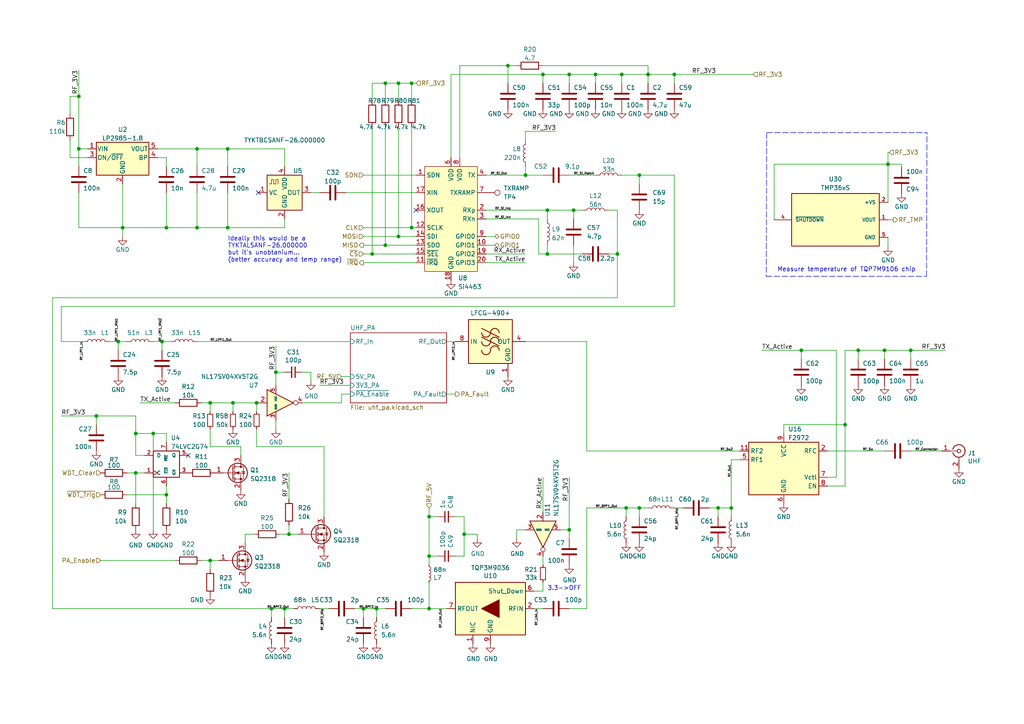
<source format=kicad_sch>
(kicad_sch (version 20211123) (generator eeschema)
  (paper "A4")
  (junction (at 82.55 176.53))
  (junction (at 158.75 60.96))
  (junction (at 158.75 73.66))
  (junction (at 119.38 66.04))
  (junction (at 74.422 116.84))
  (junction (at 66.04 66.04))
  (junction (at 105.41 176.53))
  (junction (at 39.37 125.73))
  (junction (at 39.37 137.16))
  (junction (at 115.57 68.58))
  (junction (at 34.29 99.06))
  (junction (at 185.42 147.32))
  (junction (at 22.86 27.94))
  (junction (at 83.82 154.94))
  (junction (at 60.96 162.56))
  (junction (at 124.46 161.29))
  (junction (at 35.56 66.04))
  (junction (at 181.61 147.32))
  (junction (at 111.76 71.12))
  (junction (at 248.92 101.6))
  (junction (at 48.26 66.04))
  (junction (at 166.37 60.96))
  (junction (at 60.96 116.84))
  (junction (at 195.58 21.59))
  (junction (at 78.74 176.53))
  (junction (at 245.11 123.19))
  (junction (at 172.72 21.59))
  (junction (at 257.556 47.625))
  (junction (at 44.45 125.73))
  (junction (at 232.41 101.6))
  (junction (at 109.22 176.53))
  (junction (at 212.09 147.32))
  (junction (at 185.42 50.8))
  (junction (at 264.16 101.6))
  (junction (at 27.94 120.65))
  (junction (at 180.34 21.59))
  (junction (at 66.04 43.18))
  (junction (at 165.1 153.67))
  (junction (at 107.95 73.66))
  (junction (at 256.54 101.6))
  (junction (at 115.57 24.13))
  (junction (at 111.76 24.13))
  (junction (at 152.4 50.8))
  (junction (at 67.564 116.84))
  (junction (at 48.26 143.51))
  (junction (at 147.32 19.05))
  (junction (at 165.1 21.59))
  (junction (at 208.28 147.32))
  (junction (at 124.46 176.53))
  (junction (at 22.86 43.18))
  (junction (at 187.96 21.59))
  (junction (at 134.62 154.94))
  (junction (at 80.01 107.95))
  (junction (at 57.15 66.04))
  (junction (at 119.38 24.13))
  (junction (at 46.99 99.06))
  (junction (at 57.15 43.18))
  (junction (at 157.48 21.59))
  (junction (at 179.07 73.66))
  (junction (at 124.46 149.86))
  (no_connect (at 74.93 55.88))
  (no_connect (at 120.65 60.96))
  (no_connect (at 54.61 132.08))
  (wire (pts (xy 152.4 50.8) (xy 157.48 50.8)))
  (wire (pts (xy 257.556 63.754) (xy 259.08 63.754)))
  (wire (pts (xy 115.57 24.13) (xy 111.76 24.13)))
  (wire (pts (xy 179.07 73.66) (xy 179.07 60.96)))
  (wire (pts (xy 140.97 63.5) (xy 156.21 63.5)))
  (wire (pts (xy 34.29 99.06) (xy 34.29 101.6)))
  (wire (pts (xy 157.48 161.29) (xy 157.48 163.83)))
  (wire (pts (xy 57.15 99.06) (xy 101.6 99.06)))
  (wire (pts (xy 27.94 120.65) (xy 27.94 123.19)))
  (wire (pts (xy 109.22 176.53) (xy 111.76 176.53)))
  (wire (pts (xy 60.96 162.56) (xy 63.5 162.56)))
  (wire (pts (xy 165.1 176.53) (xy 170.18 176.53)))
  (wire (pts (xy 158.75 60.96) (xy 158.75 63.5)))
  (wire (pts (xy 147.32 19.05) (xy 133.35 19.05)))
  (wire (pts (xy 90.17 107.95) (xy 90.17 110.49)))
  (wire (pts (xy 115.57 36.83) (xy 115.57 68.58)))
  (wire (pts (xy 172.72 21.59) (xy 172.72 24.13)))
  (wire (pts (xy 20.32 45.72) (xy 20.32 40.64)))
  (wire (pts (xy 140.97 50.8) (xy 152.4 50.8)))
  (wire (pts (xy 48.26 125.73) (xy 48.26 128.27)))
  (wire (pts (xy 35.56 66.04) (xy 48.26 66.04)))
  (wire (pts (xy 22.86 20.32) (xy 22.86 27.94)))
  (wire (pts (xy 80.01 100.33) (xy 80.01 107.95)))
  (wire (pts (xy 69.85 129.54) (xy 69.85 132.08)))
  (wire (pts (xy 257.937 44.196) (xy 257.556 44.196)))
  (wire (pts (xy 105.41 68.58) (xy 115.57 68.58)))
  (wire (pts (xy 35.56 66.04) (xy 22.86 66.04)))
  (wire (pts (xy 39.37 132.08) (xy 39.37 125.73)))
  (wire (pts (xy 99.06 114.3) (xy 101.6 114.3)))
  (wire (pts (xy 22.86 66.04) (xy 22.86 55.88)))
  (wire (pts (xy 129.54 114.3) (xy 132.08 114.3)))
  (wire (pts (xy 46.99 101.6) (xy 46.99 99.06)))
  (wire (pts (xy 119.38 24.13) (xy 119.38 29.21)))
  (wire (pts (xy 15.24 176.53) (xy 15.24 86.36)))
  (wire (pts (xy 111.76 36.83) (xy 111.76 71.12)))
  (wire (pts (xy 105.41 50.8) (xy 120.65 50.8)))
  (wire (pts (xy 67.564 116.84) (xy 74.422 116.84)))
  (wire (pts (xy 100.33 55.88) (xy 120.65 55.88)))
  (wire (pts (xy 179.07 86.36) (xy 179.07 73.66)))
  (wire (pts (xy 245.11 101.6) (xy 248.92 101.6)))
  (wire (pts (xy 124.46 161.29) (xy 124.46 149.86)))
  (wire (pts (xy 99.06 109.22) (xy 101.6 109.22)))
  (wire (pts (xy 39.37 125.73) (xy 44.45 125.73)))
  (wire (pts (xy 140.97 73.66) (xy 152.4 73.66)))
  (wire (pts (xy 242.57 138.43) (xy 242.57 101.6)))
  (wire (pts (xy 17.78 88.9) (xy 195.58 88.9)))
  (wire (pts (xy 264.16 130.81) (xy 273.05 130.81)))
  (wire (pts (xy 105.41 176.53) (xy 105.41 179.07)))
  (wire (pts (xy 57.15 43.18) (xy 57.15 48.26)))
  (wire (pts (xy 107.95 73.66) (xy 120.65 73.66)))
  (wire (pts (xy 78.74 176.53) (xy 15.24 176.53)))
  (wire (pts (xy 35.56 66.04) (xy 35.56 68.58)))
  (wire (pts (xy 39.37 120.65) (xy 27.94 120.65)))
  (wire (pts (xy 44.45 99.06) (xy 46.99 99.06)))
  (wire (pts (xy 71.12 154.94) (xy 73.66 154.94)))
  (wire (pts (xy 29.21 162.56) (xy 50.8 162.56)))
  (wire (pts (xy 45.72 43.18) (xy 57.15 43.18)))
  (wire (pts (xy 154.94 171.45) (xy 157.48 171.45)))
  (wire (pts (xy 85.09 176.53) (xy 82.55 176.53)))
  (wire (pts (xy 180.34 21.59) (xy 187.96 21.59)))
  (wire (pts (xy 170.18 99.06) (xy 170.18 130.81)))
  (wire (pts (xy 20.32 33.02) (xy 20.32 27.94)))
  (wire (pts (xy 170.18 147.32) (xy 170.18 176.53)))
  (wire (pts (xy 129.54 99.06) (xy 132.08 99.06)))
  (wire (pts (xy 111.76 24.13) (xy 107.95 24.13)))
  (wire (pts (xy 156.21 63.5) (xy 156.21 73.66)))
  (wire (pts (xy 20.32 45.72) (xy 25.4 45.72)))
  (wire (pts (xy 17.78 120.65) (xy 27.94 120.65)))
  (wire (pts (xy 187.96 21.59) (xy 187.96 24.13)))
  (wire (pts (xy 154.94 176.53) (xy 157.48 176.53)))
  (wire (pts (xy 48.26 143.51) (xy 48.26 140.97)))
  (wire (pts (xy 25.4 43.18) (xy 22.86 43.18)))
  (wire (pts (xy 205.74 147.32) (xy 208.28 147.32)))
  (wire (pts (xy 156.21 73.66) (xy 158.75 73.66)))
  (wire (pts (xy 81.28 154.94) (xy 83.82 154.94)))
  (wire (pts (xy 48.26 55.88) (xy 48.26 66.04)))
  (wire (pts (xy 82.55 176.53) (xy 78.74 176.53)))
  (wire (pts (xy 224.536 47.625) (xy 257.556 47.625)))
  (wire (pts (xy 46.99 99.06) (xy 49.53 99.06)))
  (wire (pts (xy 157.48 138.43) (xy 157.48 148.59)))
  (wire (pts (xy 57.15 43.18) (xy 66.04 43.18)))
  (wire (pts (xy 130.81 21.59) (xy 157.48 21.59)))
  (wire (pts (xy 44.45 125.73) (xy 44.45 130.81)))
  (wire (pts (xy 227.33 125.73) (xy 227.33 123.19)))
  (wire (pts (xy 36.83 143.51) (xy 48.26 143.51)))
  (wire (pts (xy 44.45 125.73) (xy 48.26 125.73)))
  (wire (pts (xy 93.98 129.54) (xy 74.422 129.54)))
  (wire (pts (xy 149.86 153.67) (xy 152.4 153.67)))
  (wire (pts (xy 102.87 176.53) (xy 105.41 176.53)))
  (wire (pts (xy 140.97 60.96) (xy 158.75 60.96)))
  (wire (pts (xy 261.493 47.625) (xy 257.556 47.625)))
  (polyline (pts (xy 222.377 38.481) (xy 222.25 80.137)))
  (wire (pts (xy 264.16 101.6) (xy 264.16 104.14)))
  (wire (pts (xy 105.41 66.04) (xy 119.38 66.04)))
  (wire (pts (xy 82.55 176.53) (xy 82.55 179.07)))
  (wire (pts (xy 133.35 19.05) (xy 133.35 45.72)))
  (wire (pts (xy 78.74 176.53) (xy 78.74 179.07)))
  (wire (pts (xy 45.72 45.72) (xy 48.26 45.72)))
  (wire (pts (xy 264.16 101.6) (xy 274.32 101.6)))
  (wire (pts (xy 138.43 154.94) (xy 134.62 154.94)))
  (wire (pts (xy 31.75 99.06) (xy 34.29 99.06)))
  (wire (pts (xy 119.38 66.04) (xy 120.65 66.04)))
  (wire (pts (xy 44.45 138.43) (xy 44.45 153.67)))
  (wire (pts (xy 158.75 73.66) (xy 168.91 73.66)))
  (wire (pts (xy 248.92 101.6) (xy 256.54 101.6)))
  (wire (pts (xy 111.76 71.12) (xy 120.65 71.12)))
  (polyline (pts (xy 222.25 80.137) (xy 268.732 80.137)))
  (wire (pts (xy 105.41 76.2) (xy 120.65 76.2)))
  (wire (pts (xy 82.55 43.18) (xy 82.55 48.26)))
  (wire (pts (xy 35.56 53.34) (xy 35.56 66.04)))
  (wire (pts (xy 257.556 47.625) (xy 257.556 58.674)))
  (wire (pts (xy 158.75 60.96) (xy 166.37 60.96)))
  (wire (pts (xy 138.43 156.21) (xy 138.43 154.94)))
  (wire (pts (xy 152.4 99.06) (xy 170.18 99.06)))
  (wire (pts (xy 195.58 21.59) (xy 195.58 24.13)))
  (wire (pts (xy 57.15 66.04) (xy 66.04 66.04)))
  (wire (pts (xy 74.422 129.54) (xy 74.422 124.46)))
  (wire (pts (xy 176.53 73.66) (xy 179.07 73.66)))
  (wire (pts (xy 74.422 116.84) (xy 74.93 116.84)))
  (wire (pts (xy 87.63 116.84) (xy 99.06 116.84)))
  (wire (pts (xy 134.62 154.94) (xy 134.62 149.86)))
  (wire (pts (xy 17.78 88.9) (xy 17.78 99.06)))
  (wire (pts (xy 80.01 121.92) (xy 80.01 124.46)))
  (wire (pts (xy 195.58 21.59) (xy 218.44 21.59)))
  (wire (pts (xy 157.48 21.59) (xy 157.48 24.13)))
  (wire (pts (xy 157.48 19.05) (xy 187.96 19.05)))
  (wire (pts (xy 165.1 156.21) (xy 165.1 153.67)))
  (wire (pts (xy 180.34 21.59) (xy 180.34 24.13)))
  (wire (pts (xy 195.58 50.8) (xy 195.58 88.9)))
  (wire (pts (xy 165.1 138.43) (xy 165.1 153.67)))
  (wire (pts (xy 105.41 176.53) (xy 109.22 176.53)))
  (wire (pts (xy 232.41 101.6) (xy 232.41 104.14)))
  (polyline (pts (xy 268.732 80.137) (xy 268.859 38.481)))
  (wire (pts (xy 66.04 43.18) (xy 82.55 43.18)))
  (wire (pts (xy 158.75 71.12) (xy 158.75 73.66)))
  (wire (pts (xy 120.65 24.13) (xy 119.38 24.13)))
  (wire (pts (xy 119.38 24.13) (xy 115.57 24.13)))
  (wire (pts (xy 115.57 68.58) (xy 120.65 68.58)))
  (wire (pts (xy 115.57 24.13) (xy 115.57 29.21)))
  (wire (pts (xy 152.4 38.1) (xy 161.29 38.1)))
  (wire (pts (xy 224.536 63.754) (xy 224.536 47.625)))
  (wire (pts (xy 39.37 146.05) (xy 39.37 137.16)))
  (wire (pts (xy 257.556 68.834) (xy 257.556 71.628)))
  (wire (pts (xy 165.1 50.8) (xy 172.72 50.8)))
  (wire (pts (xy 60.96 124.46) (xy 60.96 129.54)))
  (wire (pts (xy 245.11 140.97) (xy 245.11 123.19)))
  (wire (pts (xy 132.08 161.29) (xy 134.62 161.29)))
  (wire (pts (xy 80.01 111.76) (xy 80.01 107.95)))
  (wire (pts (xy 105.41 71.12) (xy 111.76 71.12)))
  (wire (pts (xy 119.38 36.83) (xy 119.38 66.04)))
  (wire (pts (xy 124.46 176.53) (xy 129.54 176.53)))
  (wire (pts (xy 162.56 153.67) (xy 165.1 153.67)))
  (wire (pts (xy 152.4 40.64) (xy 152.4 38.1)))
  (wire (pts (xy 67.564 116.84) (xy 67.564 119.38)))
  (wire (pts (xy 165.1 21.59) (xy 172.72 21.59)))
  (wire (pts (xy 181.61 147.32) (xy 181.61 149.86)))
  (wire (pts (xy 140.97 71.12) (xy 143.51 71.12)))
  (wire (pts (xy 60.96 116.84) (xy 67.564 116.84)))
  (wire (pts (xy 170.18 130.81) (xy 214.63 130.81)))
  (wire (pts (xy 34.29 99.06) (xy 36.83 99.06)))
  (wire (pts (xy 152.4 48.26) (xy 152.4 50.8)))
  (wire (pts (xy 195.58 147.32) (xy 198.12 147.32)))
  (wire (pts (xy 39.37 137.16) (xy 41.91 137.16)))
  (wire (pts (xy 36.83 137.16) (xy 39.37 137.16)))
  (wire (pts (xy 157.48 21.59) (xy 165.1 21.59)))
  (wire (pts (xy 124.46 149.86) (xy 124.46 147.32)))
  (wire (pts (xy 58.42 162.56) (xy 60.96 162.56)))
  (wire (pts (xy 20.32 27.94) (xy 22.86 27.94)))
  (wire (pts (xy 187.96 21.59) (xy 187.96 19.05)))
  (wire (pts (xy 127 149.86) (xy 124.46 149.86)))
  (wire (pts (xy 245.11 123.19) (xy 245.11 101.6)))
  (wire (pts (xy 107.95 36.83) (xy 107.95 73.66)))
  (wire (pts (xy 134.62 149.86) (xy 132.08 149.86)))
  (wire (pts (xy 208.28 147.32) (xy 208.28 149.86)))
  (wire (pts (xy 208.28 147.32) (xy 212.09 147.32)))
  (wire (pts (xy 149.86 19.05) (xy 147.32 19.05)))
  (wire (pts (xy 83.82 154.94) (xy 86.36 154.94)))
  (wire (pts (xy 111.76 24.13) (xy 111.76 29.21)))
  (wire (pts (xy 60.96 129.54) (xy 69.85 129.54)))
  (wire (pts (xy 48.26 45.72) (xy 48.26 48.26)))
  (wire (pts (xy 240.03 138.43) (xy 242.57 138.43)))
  (wire (pts (xy 140.97 76.2) (xy 152.4 76.2)))
  (wire (pts (xy 187.96 147.32) (xy 185.42 147.32)))
  (wire (pts (xy 172.72 21.59) (xy 180.34 21.59)))
  (wire (pts (xy 60.96 165.1) (xy 60.96 162.56)))
  (wire (pts (xy 166.37 60.96) (xy 168.91 60.96)))
  (wire (pts (xy 66.04 43.18) (xy 66.04 48.26)))
  (wire (pts (xy 212.09 147.32) (xy 212.09 149.86)))
  (wire (pts (xy 187.96 21.59) (xy 195.58 21.59)))
  (wire (pts (xy 87.63 107.95) (xy 90.17 107.95)))
  (wire (pts (xy 185.42 50.8) (xy 185.42 53.34)))
  (wire (pts (xy 240.03 130.81) (xy 256.54 130.81)))
  (wire (pts (xy 256.54 101.6) (xy 264.16 101.6)))
  (wire (pts (xy 60.96 116.84) (xy 60.96 119.38)))
  (wire (pts (xy 15.24 86.36) (xy 179.07 86.36)))
  (wire (pts (xy 82.55 107.95) (xy 80.01 107.95)))
  (wire (pts (xy 41.91 132.08) (xy 39.37 132.08)))
  (wire (pts (xy 166.37 60.96) (xy 166.37 63.5)))
  (wire (pts (xy 39.37 125.73) (xy 39.37 120.65)))
  (wire (pts (xy 212.09 133.35) (xy 212.09 147.32)))
  (wire (pts (xy 220.98 101.6) (xy 232.41 101.6)))
  (wire (pts (xy 180.34 50.8) (xy 185.42 50.8)))
  (wire (pts (xy 140.97 68.58) (xy 143.51 68.58)))
  (wire (pts (xy 92.71 176.53) (xy 95.25 176.53)))
  (wire (pts (xy 48.26 143.51) (xy 48.26 146.05)))
  (wire (pts (xy 71.12 157.48) (xy 71.12 154.94)))
  (wire (pts (xy 166.37 71.12) (xy 166.37 76.2)))
  (wire (pts (xy 185.42 147.32) (xy 181.61 147.32)))
  (wire (pts (xy 90.17 55.88) (xy 92.71 55.88)))
  (wire (pts (xy 149.86 156.21) (xy 149.86 153.67)))
  (wire (pts (xy 261.493 48.514) (xy 261.493 47.625)))
  (wire (pts (xy 130.81 21.59) (xy 130.81 45.72)))
  (wire (pts (xy 248.92 104.14) (xy 248.92 101.6)))
  (wire (pts (xy 48.26 66.04) (xy 57.15 66.04)))
  (wire (pts (xy 57.15 55.88) (xy 57.15 66.04)))
  (wire (pts (xy 147.32 19.05) (xy 147.32 24.13)))
  (wire (pts (xy 124.46 168.91) (xy 124.46 176.53)))
  (wire (pts (xy 185.42 50.8) (xy 195.58 50.8)))
  (wire (pts (xy 227.33 123.19) (xy 245.11 123.19)))
  (wire (pts (xy 185.42 147.32) (xy 185.42 149.86)))
  (wire (pts (xy 157.48 171.45) (xy 157.48 168.91)))
  (wire (pts (xy 22.86 27.94) (xy 22.86 43.18)))
  (wire (pts (xy 119.38 176.53) (xy 124.46 176.53)))
  (wire (pts (xy 17.78 99.06) (xy 24.13 99.06)))
  (polyline (pts (xy 222.377 38.481) (xy 268.859 38.481)))
  (wire (pts (xy 58.42 116.84) (xy 60.96 116.84)))
  (wire (pts (xy 165.1 21.59) (xy 165.1 24.13)))
  (wire (pts (xy 40.64 116.84) (xy 50.8 116.84)))
  (wire (pts (xy 124.46 163.83) (xy 124.46 161.29)))
  (wire (pts (xy 179.07 60.96) (xy 176.53 60.96)))
  (wire (pts (xy 93.98 129.54) (xy 93.98 149.86)))
  (wire (pts (xy 109.22 176.53) (xy 109.22 179.07)))
  (wire (pts (xy 83.82 137.16) (xy 83.82 144.78)))
  (wire (pts (xy 99.06 116.84) (xy 99.06 114.3)))
  (wire (pts (xy 107.95 24.13) (xy 107.95 29.21)))
  (wire (pts (xy 83.82 152.4) (xy 83.82 154.94)))
  (wire (pts (xy 127 161.29) (xy 124.46 161.29)))
  (wire (pts (xy 232.41 101.6) (xy 242.57 101.6)))
  (wire (pts (xy 82.55 66.04) (xy 82.55 63.5)))
  (wire (pts (xy 214.63 133.35) (xy 212.09 133.35)))
  (wire (pts (xy 240.03 140.97) (xy 245.11 140.97)))
  (wire (pts (xy 257.556 44.196) (xy 257.556 47.625)))
  (wire (pts (xy 134.62 161.29) (xy 134.62 154.94)))
  (wire (pts (xy 66.04 66.04) (xy 82.55 66.04)))
  (wire (pts (xy 105.41 73.66) (xy 107.95 73.66)))
  (wire (pts (xy 22.86 43.18) (xy 22.86 48.26)))
  (wire (pts (xy 170.18 147.32) (xy 181.61 147.32)))
  (wire (pts (xy 256.54 101.6) (xy 256.54 104.14)))
  (wire (pts (xy 92.71 111.76) (xy 101.6 111.76)))
  (wire (pts (xy 74.422 116.84) (xy 74.422 119.38)))
  (wire (pts (xy 66.04 55.88) (xy 66.04 66.04)))
  (text "3.3->OFF" (at 158.75 171.45 0) (effects (font (size 1.27 1.27)) (justify left bottom)))
  (text "Ideally this would be a\nTYKTALSANF-26.000000\nbut it's unobtanium...\n(better accuracy and temp range)" (at 66.04 76.2 0) (effects (font (size 1.27 1.27)) (justify left bottom)))
  (text "Measure temperature of TQP7M9106 chip" (at 225.425 78.994 0) (effects (font (size 1.27 1.27)) (justify left bottom)))
  (label "RF_3V3" (at 200.66 21.59 0))
  (label "RF_BPF2_In" (at 104.14 176.53 0) (effects (font (size 0.635 0.635))))
  (label "RF_Si_Out" (at 142.24 50.8 0) (effects (font (size 0.635 0.635))))
  (label "RF_3V3" (at 274.32 101.6 180))
  (label "RF_3V3" (at 83.82 137.16 270))
  (label "RF_LPF1_Out" (at 60.96 99.06 0) (effects (font (size 0.635 0.635))))
  (label "RF_3V3" (at 17.78 120.65 0))
  (label "TX_Active" (at 152.4 76.2 180))
  (label "RF_BPF2_Out" (at 77.47 176.53 0) (effects (font (size 0.635 0.635))))
  (label "RF_3V3" (at 80.01 100.33 270))
  (label "RF_Sw" (at 250.19 130.81 0) (effects (font (size 0.635 0.635))))
  (label "RF_3V3" (at 165.1 138.43 270))
  (label "RF_Sw2" (at 208.892 130.81 0) (effects (font (size 0.635 0.635))))
  (label "RF_LPF2_In" (at 132.08 99.06 270) (effects (font (size 0.635 0.635))))
  (label "TX_Active" (at 220.98 101.6 0))
  (label "RF_3V3" (at 22.86 20.32 270))
  (label "TX_Active" (at 40.64 116.84 0))
  (label "RF_Si_Inp" (at 143.51 60.96 0) (effects (font (size 0.635 0.635))))
  (label "RF_BPF1_Mid" (at 196.85 147.32 270) (effects (font (size 0.635 0.635))))
  (label "RF_Si_Inn" (at 143.51 63.5 0) (effects (font (size 0.635 0.635))))
  (label "RF_Sw1" (at 212.09 138.43 90) (effects (font (size 0.635 0.635))))
  (label "RX_Active" (at 152.4 73.66 180))
  (label "RX_Active" (at 157.48 138.43 270))
  (label "RF_Si_Match" (at 166.37 50.8 0) (effects (font (size 0.635 0.635))))
  (label "RF_LPF1_In" (at 24.13 99.06 270) (effects (font (size 0.635 0.635))))
  (label "RF_LNA_In" (at 156.0776 176.53 270) (effects (font (size 0.635 0.635))))
  (label "RF_BPF2_Mid" (at 93.98 176.53 270) (effects (font (size 0.635 0.635))))
  (label "RF_3V3" (at 92.71 111.76 0))
  (label "RF_LNA_Out" (at 128.27 176.53 270) (effects (font (size 0.635 0.635))))
  (label "RF_BPF1_Out" (at 172.72 147.32 0) (effects (font (size 0.635 0.635))))
  (label "RF_Connector" (at 265.43 130.81 0) (effects (font (size 0.635 0.635))))
  (label "RF_LPF1_Mid2" (at 46.99 99.06 90) (effects (font (size 0.635 0.635))))
  (label "RF_LPF1_Mid1" (at 34.29 99.06 90) (effects (font (size 0.635 0.635))))
  (label "RF_3V3" (at 161.29 38.1 180))
  (hierarchical_label "RF_3V3" (shape input) (at 257.937 44.196 0))
  (hierarchical_label "GPIO0" (shape bidirectional) (at 143.51 68.58 0))
  (hierarchical_label "RF_TMP" (shape output) (at 259.08 63.754 0))
  (hierarchical_label "~{CS}" (shape input) (at 105.41 73.66 180))
  (hierarchical_label "WDT_Clear" (shape input) (at 29.21 137.16 180))
  (hierarchical_label "RF_5V" (shape input) (at 124.46 147.32 90))
  (hierarchical_label "MOSI" (shape input) (at 105.41 68.58 180))
  (hierarchical_label "PA_Enable" (shape input) (at 29.21 162.56 180))
  (hierarchical_label "RF_3V3" (shape input) (at 218.44 21.59 0))
  (hierarchical_label "MISO" (shape output) (at 105.41 71.12 180))
  (hierarchical_label "~{IRQ}" (shape output) (at 105.41 76.2 180))
  (hierarchical_label "SDN" (shape input) (at 105.41 50.8 180))
  (hierarchical_label "RF_3V3" (shape input) (at 120.65 24.13 0))
  (hierarchical_label "RF_5V" (shape input) (at 99.06 109.22 180))
  (hierarchical_label "~{WDT_Trig}" (shape input) (at 29.21 143.51 180))
  (hierarchical_label "GPIO1" (shape bidirectional) (at 143.51 71.12 0))
  (hierarchical_label "CLK" (shape input) (at 105.41 66.04 180))
  (hierarchical_label "PA_Fault" (shape output) (at 132.08 114.3 0))
  (symbol (lib_id "Device:C") (at 187.96 27.94 0) (unit 1)
    (property "Reference" "C2" (at 189.23 25.4 0) (effects (justify left)))
    (property "Value" "4.7u" (at 189.23 30.48 0) (effects (justify left)))
    (property "Footprint" "Capacitor_SMD:C_0805_2012Metric" (effects hide))
    (property "JLCPCB Part #" "C599948" (effects hide))
    (property "Manufacturer_Part_Number" "C0805C475K4RACAUTO" (effects hide))
  )
  (symbol (lib_id "Device:C") (at 180.34 27.94 0) (unit 1)
    (property "Reference" "C1" (at 181.61 25.4 0) (effects (justify left)))
    (property "Value" "100n" (at 181.61 30.48 0) (effects (justify left)))
    (property "Footprint" "Capacitor_SMD:C_0805_2012Metric" (effects hide))
    (property "JLCPCB Part #" "C141125" (effects hide))
    (property "Manufacturer_Part_Number" "C0805C104K1RACAUTO" (effects hide))
  )
  (symbol (lib_id "power:GND") (at 187.96 31.75 0) (unit 1)
    (property "Reference" "#PWR012" (effects hide))
    (property "Value" "GND" (at 184.15 33.02 0))
  )
  (symbol (lib_id "power:GND") (at 180.34 31.75 0) (unit 1)
    (property "Reference" "#PWR013" (effects hide))
    (property "Value" "GND" (at 176.53 33.02 0))
  )
  (symbol (lib_id "Connector:Conn_Coaxial") (at 278.13 130.81 0) (unit 1)
    (property "Reference" "J1" (at 280.67 131.445 0) (effects (justify left)))
    (property "Value" "UHF" (at 280.67 133.7564 0) (effects (justify left)))
    (property "Footprint" "Connector_Coaxial:SMB_Jack_Vertical" (effects hide))
    (property "Datasheet" " ~" (effects hide))
    (property "JLCPCB Part #" "C6095037" (effects hide))
    (property "Manufacturer_Part_Number" "61612002121503 " (effects hide))
  )
  (symbol (lib_id "74xGxx:74LVC1GU04DRL") (at 157.48 153.67 270) (unit 1)
    (property "Reference" "U11" (at 158.75 149.86 0) (effects (justify right)))
    (property "Value" "NL17SV04XV5T2G" (at 161.29 149.86 0) (effects (justify right)))
    (property "Footprint" "Package_TO_SOT_SMD:SOT-553" (effects hide))
    (property "Datasheet" "http://www.ti.com/lit/ds/symlink/sn74lvc1gu04.pdf" (effects hide))
    (property "PartNumber" "NL17SV04XV5T2G" (effects hide))
    (property "Mnf." "Nexperia" (effects hide))
    (property "Manufacturer_Part_Number" "NL17SV04XV5T2G " (effects hide))
    (property "JLCPCB Part #" "C185507" (effects hide))
  )
  (symbol (lib_id "Device:R") (at 39.37 149.86 0) (unit 1)
    (property "Reference" "R9" (at 36.83 148.59 0) (effects (justify right)))
    (property "Value" "10k" (at 36.83 151.13 0) (effects (justify right)))
    (property "Footprint" "Resistor_SMD:R_0603_1608Metric" (effects hide))
    (property "JLCPCB Part #" "C4297913" (effects hide))
    (property "Manufacturer_Part_Number" "ERJ-H3EF1002V" (effects hide))
  )
  (symbol (lib_id "Device:L") (at 176.53 50.8 90) (unit 1)
    (property "Reference" "L20" (at 176.53 46.5922 90))
    (property "Value" "33n" (at 176.53 49.1291 90))
    (property "Footprint" "Inductor_SMD:L_0402_1005Metric" (effects hide))
    (property "PartNumber" "LQW15AN33NJ8ZD" (effects hide))
    (property "JLCPCB Part #" "C2043918" (effects hide))
    (property "Manufacturer_Part_Number" "LQW15AN33NJ8ZD " (effects hide))
  )
  (symbol (lib_id "74xGxx:74LVC1GU04DRL") (at 80.01 116.84 0) (unit 1)
    (property "Reference" "U7" (at 74.93 111.76 0) (effects (justify right)))
    (property "Value" "NL17SV04XV5T2G" (at 74.93 109.22 0) (effects (justify right)))
    (property "Footprint" "Package_TO_SOT_SMD:SOT-553" (effects hide))
    (property "Datasheet" "http://www.ti.com/lit/ds/symlink/sn74lvc1gu04.pdf" (effects hide))
    (property "PartNumber" "NL17SV04XV5T2G" (effects hide))
    (property "Mnf." "Nexperia" (effects hide))
    (property "Manufacturer_Part_Number" "NL17SV04XV5T2G " (effects hide))
    (property "JLCPCB Part #" "C185507" (effects hide))
  )
  (symbol (lib_id "power:GND") (at 137.16 186.69 0) (unit 1)
    (property "Reference" "#PWR0152" (effects hide))
    (property "Value" "GND" (at 137.287 191.0842 0))
  )
  (symbol (lib_id "Device:C") (at 46.99 105.41 0) (unit 1)
    (property "Reference" "C25" (at 48.26 102.87 0) (effects (justify left)))
    (property "Value" "7.5p" (at 48.26 107.95 0) (effects (justify left)))
    (property "Footprint" "Capacitor_SMD:C_0402_1005Metric" (effects hide))
    (property "JLCPCB Part #" "C3864905" (effects hide))
    (property "Manufacturer_Part_Number" "VJ0402D7R5CXAAJHT " (effects hide))
  )
  (symbol (lib_id "Device:C") (at 185.42 57.15 0) (unit 1)
    (property "Reference" "C69" (at 189.23 55.88 0) (effects (justify left)))
    (property "Value" "15p" (at 189.23 58.42 0) (effects (justify left)))
    (property "Footprint" "Capacitor_SMD:C_0402_1005Metric" (effects hide))
    (property "Manufacturer_Part_Number" "CC0402FRNPO9BN150" (effects hide))
    (property "JLCPCB Part #" "C326803" (effects hide))
  )
  (symbol (lib_id "lsf-kicad-lib:LFCG-490+") (at 142.24 99.06 0) (mirror y) (unit 1)
    (property "Reference" "U9" (at 142.24 107.95 0))
    (property "Value" "LFCG-490+" (at 142.24 90.7796 0))
    (property "Footprint" "lsf-kicad-lib:GE0805C-2" (effects hide))
    (property "Datasheet" "https://www.minicircuits.com/pdfs/LFCG-490+.pdf" (effects hide))
    (property "Mnf." "Mini-Circuits" (effects hide))
    (property "PartNumber" "LFCG-490+" (effects hide))
    (property "Manufacturer_Part_Number" "LFCG-490+" (effects hide))
    (property "JLCPCB Part #" "C3034233" (effects hide))
  )
  (symbol (lib_id "Device:R") (at 54.61 162.56 90) (unit 1)
    (property "Reference" "R22" (at 54.61 157.8442 90))
    (property "Value" "100" (at 54.61 160.3811 90))
    (property "Footprint" "Resistor_SMD:R_0603_1608Metric" (effects hide))
    (property "JLCPCB Part #" "C2074896" (effects hide))
    (property "Manufacturer_Part_Number" "CRS0603AFX-1000ELF" (effects hide))
  )
  (symbol (lib_id "Device:C") (at 147.32 27.94 0) (unit 1)
    (property "Reference" "C50" (at 148.59 25.4 0) (effects (justify left)))
    (property "Value" "100n" (at 148.59 30.48 0) (effects (justify left)))
    (property "Footprint" "Capacitor_SMD:C_0805_2012Metric" (effects hide))
    (property "JLCPCB Part #" "C141125" (effects hide))
    (property "Manufacturer_Part_Number" "C0805C104K1RACAUTO" (effects hide))
  )
  (symbol (lib_id "power:GND") (at 232.41 111.76 0) (unit 1)
    (property "Reference" "#PWR0157" (effects hide))
    (property "Value" "GND" (at 232.41 115.57 0))
  )
  (symbol (lib_id "Connector:TestPoint") (at 140.97 55.88 270) (unit 1) (in_bom no)
    (property "Reference" "TP4" (at 146.05 57.15 90) (effects (justify left)))
    (property "Value" "TXRAMP" (at 146.05 54.61 90) (effects (justify left)))
    (property "Footprint" "STS1library:STS1_Testpoint" (effects hide))
  )
  (symbol (lib_id "power:GND") (at 46.99 109.22 0) (unit 1)
    (property "Reference" "#PWR0176" (effects hide))
    (property "Value" "GND" (at 46.99 113.03 0))
  )
  (symbol (lib_id "Device:C") (at 82.55 182.88 0) (unit 1)
    (property "Reference" "C30" (at 83.82 180.34 0) (effects (justify left)))
    (property "Value" "24p" (at 83.82 185.42 0) (effects (justify left)))
    (property "Footprint" "Capacitor_SMD:C_0402_1005Metric" (effects hide))
    (property "JLCPCB Part #" "C3833393" (effects hide))
    (property "Manufacturer_Part_Number" "UMK105CG240JV-F" (effects hide))
  )
  (symbol (lib_id "Device:C_Small") (at 129.54 149.86 90) (mirror x) (unit 1)
    (property "Reference" "C48" (at 130.7084 147.5232 0) (effects (justify right)))
    (property "Value" "1u" (at 128.397 147.5232 0) (effects (justify right)))
    (property "Footprint" "Capacitor_SMD:C_0805_2012Metric" (effects hide))
    (property "Description" "Capacitor, 0402, 10%, 10V, X5R" (effects hide))
    (property "Mnf." "KEMET " (effects hide))
    (property "PartNumber" "C0402C105K8PAC7411" (effects hide))
    (property "Manufacturer_Part_Number" "C0805C105K5RACAUTO" (effects hide))
    (property "JLCPCB Part #" "C3874210" (effects hide))
  )
  (symbol (lib_id "Device:C_Small") (at 129.54 161.29 90) (mirror x) (unit 1)
    (property "Reference" "C49" (at 130.7084 158.9532 0) (effects (justify right)))
    (property "Value" "100p" (at 128.397 158.9532 0) (effects (justify right)))
    (property "Footprint" "Capacitor_SMD:C_0402_1005Metric" (effects hide))
    (property "Description" "Capacitor, 0402, 5%, 50V, NPO/COG" (effects hide))
    (property "Mnf." "KEMET" (effects hide))
    (property "PartNumber" "CBR04C101J3GAC" (effects hide))
    (property "JLCPCB Part #" "C386123" (effects hide))
    (property "Manufacturer_Part_Number" "UMK105CG101JV-F" (effects hide))
  )
  (symbol (lib_id "power:GND") (at 157.48 31.75 0) (unit 1)
    (property "Reference" "#PWR0138" (effects hide))
    (property "Value" "GND" (at 153.67 33.02 0))
  )
  (symbol (lib_id "Device:C") (at 232.41 107.95 0) (unit 1)
    (property "Reference" "C62" (at 233.68 105.41 0) (effects (justify left)))
    (property "Value" "100p" (at 233.68 110.49 0) (effects (justify left)))
    (property "Footprint" "Capacitor_SMD:C_0402_1005Metric" (effects hide))
    (property "JLCPCB Part #" "C386123" (effects hide))
    (property "Manufacturer_Part_Number" "UMK105CG101JV-F" (effects hide))
  )
  (symbol (lib_id "Device:C") (at 115.57 176.53 90) (unit 1)
    (property "Reference" "C35" (at 113.03 173.99 90) (effects (justify left)))
    (property "Value" "100p" (at 118.11 173.99 90) (effects (justify right)))
    (property "Footprint" "Capacitor_SMD:C_0402_1005Metric" (effects hide))
    (property "JLCPCB Part #" "C386123" (effects hide))
    (property "Manufacturer_Part_Number" "UMK105CG101JV-F" (effects hide))
  )
  (symbol (lib_id "Device:L") (at 109.22 182.88 180) (unit 1)
    (property "Reference" "L6" (at 110.49 181.61 0) (effects (justify right)))
    (property "Value" "5.6n" (at 110.49 184.15 0) (effects (justify right)))
    (property "Footprint" "Inductor_SMD:L_0402_1005Metric" (effects hide))
    (property "PartNumber" "LQW15AN5N6C1ZD" (effects hide))
    (property "Manufacturer_Part_Number" "LQW15AN5N6C1ZD " (effects hide))
  )
  (symbol (lib_id "Device:C") (at 256.54 107.95 0) (unit 1)
    (property "Reference" "C64" (at 257.81 105.41 0) (effects (justify left)))
    (property "Value" "100n" (at 257.81 110.49 0) (effects (justify left)))
    (property "Footprint" "Capacitor_SMD:C_0805_2012Metric" (effects hide))
    (property "JLCPCB Part #" "C141125" (effects hide))
    (property "Manufacturer_Part_Number" "C0805C104K1RACAUTO" (effects hide))
  )
  (symbol (lib_id "Device:L") (at 40.64 99.06 90) (unit 1)
    (property "Reference" "L3" (at 41.91 96.52 90) (effects (justify right)))
    (property "Value" "51n" (at 40.64 96.52 90) (effects (justify left)))
    (property "Footprint" "Inductor_SMD:L_0402_1005Metric" (effects hide))
    (property "PartNumber" "LQW15AN51NG80D" (effects hide))
    (property "Manufacturer_Part_Number" "LQW15AN51NG80D " (effects hide))
  )
  (symbol (lib_id "power:GND") (at 264.16 111.76 0) (unit 1)
    (property "Reference" "#PWR0159" (effects hide))
    (property "Value" "GND" (at 264.16 115.57 0))
  )
  (symbol (lib_id "Device:R") (at 60.96 168.91 0) (unit 1)
    (property "Reference" "R23" (at 63.5 167.64 0) (effects (justify left)))
    (property "Value" "10k" (at 63.5 170.18 0) (effects (justify left)))
    (property "Footprint" "Resistor_SMD:R_0603_1608Metric" (effects hide))
    (property "JLCPCB Part #" "C4297913" (effects hide))
    (property "Manufacturer_Part_Number" "ERJ-H3EF1002V" (effects hide))
  )
  (symbol (lib_id "Device:L_Small") (at 124.46 166.37 0) (mirror x) (unit 1)
    (property "Reference" "L7" (at 125.6792 167.5384 0) (effects (justify left)))
    (property "Value" "68n" (at 125.6792 165.227 0) (effects (justify left)))
    (property "Footprint" "Inductor_SMD:L_0402_1005Metric" (effects hide))
    (property "PartNumber" "LQW15AN68NJ0ZD" (effects hide))
    (property "JLCPCB Part #" "C2049784" (effects hide))
    (property "Manufacturer_Part_Number" "LQW15AN68NJ0ZD " (effects hide))
  )
  (symbol (lib_id "Device:R") (at 20.32 36.83 0) (unit 1)
    (property "Reference" "R6" (at 19.05 35.56 0) (effects (justify right)))
    (property "Value" "110k" (at 19.05 38.1 0) (effects (justify right)))
    (property "Footprint" "Resistor_SMD:R_0603_1608Metric" (effects hide))
    (property "JLCPCB Part #" "C4176290" (effects hide))
    (property "Manufacturer_Part_Number" "ERJ-H3EF1103V" (effects hide))
  )
  (symbol (lib_id "Device:R") (at 111.76 33.02 180) (unit 1)
    (property "Reference" "R79" (at 110.49 29.21 0) (effects (justify right)))
    (property "Value" "4.7k" (at 109.22 36.83 0) (effects (justify right)))
    (property "Footprint" "Resistor_SMD:R_0603_1608Metric" (effects hide))
    (property "JLCPCB Part #" "C4343266" (effects hide))
    (property "Manufacturer_Part_Number" "ERJ-H3EF4701V" (effects hide))
  )
  (symbol (lib_id "power:GND") (at 93.98 160.02 0) (unit 1)
    (property "Reference" "#PWR0128" (effects hide))
    (property "Value" "GND" (at 93.98 163.83 0))
  )
  (symbol (lib_id "Device:C") (at 165.1 27.94 0) (unit 1)
    (property "Reference" "C54" (at 166.37 25.4 0) (effects (justify left)))
    (property "Value" "100p" (at 166.37 30.48 0) (effects (justify left)))
    (property "Footprint" "Capacitor_SMD:C_0402_1005Metric" (effects hide))
    (property "JLCPCB Part #" "C386123" (effects hide))
    (property "Manufacturer_Part_Number" "UMK105CG101JV-F" (effects hide))
  )
  (symbol (lib_id "power:GND") (at 34.29 109.22 0) (unit 1)
    (property "Reference" "#PWR0150" (effects hide))
    (property "Value" "GND" (at 34.29 113.03 0))
  )
  (symbol (lib_id "power:GND") (at 257.556 71.628 0) (unit 1)
    (property "Reference" "#PWR062" (effects hide))
    (property "Value" "GND" (at 257.556 75.438 0))
  )
  (symbol (lib_id "Device:L") (at 78.74 182.88 180) (unit 1)
    (property "Reference" "L4" (at 77.47 181.61 0) (effects (justify left)))
    (property "Value" "5.6n" (at 77.47 184.15 0) (effects (justify left)))
    (property "Footprint" "Inductor_SMD:L_0402_1005Metric" (effects hide))
    (property "PartNumber" "LQW15AN5N6C1ZD" (effects hide))
    (property "Manufacturer_Part_Number" "LQW15AN5N6C1ZD " (effects hide))
  )
  (symbol (lib_id "Device:Q_NMOS_GSD") (at 68.58 162.56 0) (unit 1)
    (property "Reference" "Q3" (at 73.787 161.7253 0) (effects (justify left)))
    (property "Value" "SQ2318" (at 73.787 164.2622 0) (effects (justify left)))
    (property "Footprint" "Package_TO_SOT_SMD:SOT-23" (effects hide))
    (property "Manufacturer_Part_Number" "SQ2318AES-T1_BE3" (effects hide))
    (property "JLCPCB Part #" "C3280170" (effects hide))
  )
  (symbol (lib_id "power:GND") (at 147.32 31.75 0) (unit 1)
    (property "Reference" "#PWR0139" (effects hide))
    (property "Value" "GND" (at 143.51 33.02 0))
  )
  (symbol (lib_id "lsf-kicad-lib:F2972") (at 227.33 135.89 0) (mirror y) (unit 1)
    (property "Reference" "U16" (at 228.6 124.46 0) (effects (justify right)))
    (property "Value" "F2972" (at 228.6 127 0) (effects (justify right)))
    (property "Footprint" "lsf-kicad-lib:IDT_NEG-12-1EP_2x2mm_P0.5mm_EP1.1x1.1mm_ThermalVias" (effects hide))
    (property "Datasheet" "https://www.idt.com/document/dst/f2972-datasheet" (effects hide))
    (property "Manufacturer_Part_Number" "F2972NEGK " (effects hide))
    (property "JLCPCB Part #" "C1558621" (effects hide))
  )
  (symbol (lib_id "Device:C") (at 172.72 27.94 0) (unit 1)
    (property "Reference" "C55" (at 173.99 25.4 0) (effects (justify left)))
    (property "Value" "10n" (at 173.99 30.48 0) (effects (justify left)))
    (property "Footprint" "Capacitor_SMD:C_0805_2012Metric" (effects hide))
    (property "JLCPCB Part #" "C561833" (effects hide))
    (property "Manufacturer_Part_Number" "C0805C103K8RACAUTO " (effects hide))
  )
  (symbol (lib_id "power:GND") (at 105.41 186.69 0) (unit 1)
    (property "Reference" "#PWR0170" (effects hide))
    (property "Value" "GND" (at 105.41 190.5 0))
  )
  (symbol (lib_id "Device:L") (at 88.9 176.53 90) (unit 1)
    (property "Reference" "L5" (at 90.17 173.99 90) (effects (justify right)))
    (property "Value" "68n" (at 88.9 173.99 90) (effects (justify left)))
    (property "Footprint" "Inductor_SMD:L_0402_1005Metric" (effects hide))
    (property "PartNumber" "LQW15AN68NJ0ZD" (effects hide))
    (property "JLCPCB Part #" "C2049784" (effects hide))
    (property "Manufacturer_Part_Number" "LQW15AN68NJ0ZD " (effects hide))
  )
  (symbol (lib_id "Device:C") (at 157.48 27.94 0) (unit 1)
    (property "Reference" "C51" (at 158.75 25.4 0) (effects (justify left)))
    (property "Value" "33p" (at 158.75 30.48 0) (effects (justify left)))
    (property "Footprint" "Capacitor_SMD:C_0402_1005Metric" (effects hide))
    (property "JLCPCB Part #" "C70465" (effects hide))
    (property "Manufacturer_Part_Number" "CL05C330JB5NNNC " (effects hide))
  )
  (symbol (lib_id "Device:C") (at 66.04 52.07 0) (unit 1)
    (property "Reference" "C29" (at 67.31 49.53 0) (effects (justify left)))
    (property "Value" "100n" (at 67.31 54.61 0) (effects (justify left)))
    (property "Footprint" "Capacitor_SMD:C_0805_2012Metric" (effects hide))
    (property "JLCPCB Part #" "C141125" (effects hide))
    (property "Manufacturer_Part_Number" "C0805C104K1RACAUTO" (effects hide))
  )
  (symbol (lib_id "power:GND") (at 109.22 186.69 0) (unit 1)
    (property "Reference" "#PWR0171" (effects hide))
    (property "Value" "GND" (at 109.22 190.5 0))
  )
  (symbol (lib_id "Device:C") (at 99.06 176.53 90) (unit 1)
    (property "Reference" "C33" (at 96.52 173.99 90) (effects (justify left)))
    (property "Value" "2p" (at 101.6 173.99 90) (effects (justify right)))
    (property "Footprint" "Capacitor_SMD:C_0402_1005Metric" (effects hide))
    (property "JLCPCB Part #" "C76962" (effects hide))
    (property "Manufacturer_Part_Number" "GRM1555C1H2R0CA01D " (effects hide))
  )
  (symbol (lib_id "Device:R_Small") (at 157.48 166.37 0) (mirror x) (unit 1)
    (property "Reference" "R21" (at 155.9814 165.2016 0) (effects (justify right)))
    (property "Value" "33k" (at 155.9814 167.513 0) (effects (justify right)))
    (property "Footprint" "Resistor_SMD:R_0603_1608Metric" (effects hide))
    (property "JLCPCB Part #" "C4220470" (effects hide))
    (property "Manufacturer_Part_Number" "ERJ-H3EF3302V" (effects hide))
  )
  (symbol (lib_id "74xGxx:74LVC2G74") (at 48.26 134.62 0) (unit 1)
    (property "Reference" "U4" (at 49.53 127 0) (effects (justify left)))
    (property "Value" "74LVC2G74" (at 49.53 129.54 0) (effects (justify left)))
    (property "Footprint" "Package_SO:VSSOP-8_2.4x2.1mm_P0.5mm" (effects hide))
    (property "Datasheet" "http://www.ti.com/lit/sg/scyt129e/scyt129e.pdf" (effects hide))
    (property "Manufacturer_Part_Number" "SN74LVC2G74DCUTE4 " (effects hide))
    (property "JLCPCB Part #" "C3826121" (effects hide))
  )
  (symbol (lib_id "power:GND") (at 82.55 186.69 0) (unit 1)
    (property "Reference" "#PWR0172" (effects hide))
    (property "Value" "GND" (at 82.55 190.5 0))
  )
  (symbol (lib_id "Device:R") (at 33.02 143.51 90) (unit 1)
    (property "Reference" "R8" (at 33.02 139.7 90))
    (property "Value" "100" (at 33.02 141.3311 90))
    (property "Footprint" "Resistor_SMD:R_0603_1608Metric" (effects hide))
    (property "JLCPCB Part #" "C2074896" (effects hide))
    (property "Manufacturer_Part_Number" "CRS0603AFX-1000ELF" (effects hide))
  )
  (symbol (lib_id "Device:C") (at 195.58 27.94 0) (unit 1)
    (property "Reference" "C59" (at 196.85 25.4 0) (effects (justify left)))
    (property "Value" "47u" (at 196.85 30.48 0) (effects (justify left)))
    (property "Footprint" "Capacitor_SMD:C_0805_2012Metric" (effects hide))
    (property "Manufacturer_Part_Number" "T58W9476M6R3C0200" (effects hide))
    (property "JLCPCB Part #" "C3008877" (effects hide))
  )
  (symbol (lib_id "Device:R_Small") (at 60.96 121.92 0) (mirror x) (unit 1)
    (property "Reference" "R13" (at 59.69 120.65 0) (effects (justify right)))
    (property "Value" "100" (at 59.69 123.19 0) (effects (justify right)))
    (property "Footprint" "Resistor_SMD:R_0603_1608Metric" (effects hide))
    (property "JLCPCB Part #" "C2074896" (effects hide))
    (property "Manufacturer_Part_Number" "CRS0603AFX-1000ELF" (effects hide))
  )
  (symbol (lib_id "Device:C") (at 201.93 147.32 90) (unit 1)
    (property "Reference" "C60" (at 200.66 144.78 90) (effects (justify left)))
    (property "Value" "2p" (at 203.2 144.78 90) (effects (justify right)))
    (property "Footprint" "Capacitor_SMD:C_0402_1005Metric" (effects hide))
    (property "JLCPCB Part #" "C76962" (effects hide))
    (property "Manufacturer_Part_Number" "GRM1555C1H2R0CA01D " (effects hide))
  )
  (symbol (lib_id "power:GND") (at 195.58 31.75 0) (unit 1)
    (property "Reference" "#PWR0165" (effects hide))
    (property "Value" "GND" (at 191.77 33.02 0))
  )
  (symbol (lib_id "Device:C_Small") (at 85.09 107.95 270) (unit 1)
    (property "Reference" "C31" (at 85.09 102.1334 90))
    (property "Value" "100p" (at 85.09 104.4448 90))
    (property "Footprint" "Capacitor_SMD:C_0402_1005Metric" (effects hide))
    (property "Description" "Capacitor, 0402, 5%, 50V, NPO/COG" (effects hide))
    (property "Mnf." "KEMET" (effects hide))
    (property "PartNumber" "CBR04C101J3GAC" (effects hide))
    (property "JLCPCB Part #" "C386123" (effects hide))
    (property "Manufacturer_Part_Number" "UMK105CG101JV-F" (effects hide))
  )
  (symbol (lib_id "Device:L") (at 152.4 44.45 180) (unit 1)
    (property "Reference" "L8" (at 151.13 43.18 0) (effects (justify left)))
    (property "Value" "220n" (at 151.13 45.72 0) (effects (justify left)))
    (property "Footprint" "Inductor_SMD:L_0402_1005Metric" (effects hide))
    (property "PartNumber" "LQW15CNR22J10D" (effects hide))
    (property "JLCPCB Part #" "C341690" (effects hide))
    (property "Manufacturer_Part_Number" "LQW15CNR22J10D " (effects hide))
  )
  (symbol (lib_id "power:GND") (at 44.45 153.67 0) (unit 1)
    (property "Reference" "#PWR0132" (effects hide))
    (property "Value" "GND" (at 44.45 158.1134 0))
  )
  (symbol (lib_id "Device:R") (at 77.47 154.94 90) (unit 1)
    (property "Reference" "R25" (at 77.47 150.2242 90))
    (property "Value" "100" (at 77.47 152.7611 90))
    (property "Footprint" "Resistor_SMD:R_0603_1608Metric" (effects hide))
    (property "JLCPCB Part #" "C2074896" (effects hide))
    (property "Manufacturer_Part_Number" "CRS0603AFX-1000ELF" (effects hide))
  )
  (symbol (lib_id "Device:L") (at 181.61 153.67 180) (unit 1)
    (property "Reference" "L10" (at 180.34 152.4 0) (effects (justify left)))
    (property "Value" "5.6n" (at 180.34 154.94 0) (effects (justify left)))
    (property "Footprint" "Inductor_SMD:L_0402_1005Metric" (effects hide))
    (property "PartNumber" "LQW15AN5N6C1ZD" (effects hide))
    (property "Manufacturer_Part_Number" "LQW15AN5N6C1ZD " (effects hide))
  )
  (symbol (lib_id "power:GND") (at 60.96 172.72 0) (unit 1)
    (property "Reference" "#PWR0129" (effects hide))
    (property "Value" "GND" (at 57.15 173.99 0))
  )
  (symbol (lib_id "power:GND") (at 147.32 109.22 0) (unit 1)
    (property "Reference" "#PWR0168" (effects hide))
    (property "Value" "GND" (at 147.32 113.03 0))
  )
  (symbol (lib_id "Device:C") (at 161.29 176.53 90) (unit 1)
    (property "Reference" "C53" (at 158.75 173.99 90) (effects (justify left)))
    (property "Value" "100p" (at 163.83 173.99 90) (effects (justify right)))
    (property "Footprint" "Capacitor_SMD:C_0402_1005Metric" (effects hide))
    (property "JLCPCB Part #" "C386123" (effects hide))
    (property "Manufacturer_Part_Number" "UMK105CG101JV-F" (effects hide))
  )
  (symbol (lib_id "power:GND") (at 212.09 157.48 0) (unit 1)
    (property "Reference" "#PWR0155" (effects hide))
    (property "Value" "GND" (at 212.09 161.29 0))
  )
  (symbol (lib_id "lsf-kicad-lib:TQP3M9036") (at 142.24 176.53 0) (mirror y) (unit 1)
    (property "Reference" "U10" (at 142.24 167.005 0))
    (property "Value" "TQP3M9036" (at 142.24 164.6936 0))
    (property "Footprint" "lsf-kicad-lib:DFN-8-1EP_2x2mm_P0.5mm_EP0.7x1.6mm_ThermalVias" (effects hide))
    (property "Datasheet" "https://www.qorvo.com/products/d/da005543" (effects hide))
    (property "Mnf." "Qorvo" (effects hide))
    (property "PartNumber" "TQP3M9036 " (effects hide))
    (property "Manufacturer_Part_Number" "TQP3M9036 " (effects hide))
    (property "JLCPCB Part #" "C920261" (effects hide))
  )
  (symbol (lib_id "Device:C") (at 166.37 67.31 0) (unit 1)
    (property "Reference" "C57" (at 170.18 66.04 0) (effects (justify left)))
    (property "Value" "4.7p" (at 170.18 68.58 0) (effects (justify left)))
    (property "Footprint" "Capacitor_SMD:C_0402_1005Metric" (effects hide))
    (property "JLCPCB Part #" "C5534411" (effects hide))
    (property "Manufacturer_Part_Number" "885392005012 " (effects hide))
  )
  (symbol (lib_id "STS1_COBC_V2-rescue:TMP36GRTZ-REEL7") (at 242.316 63.754 0) (unit 1)
    (property "Reference" "U30" (at 242.316 51.943 0))
    (property "Value" "TMP36xS" (at 242.316 54.483 0))
    (property "Footprint" "Package_TO_SOT_SMD:SOT-23-5" (effects hide))
    (property "Datasheet" "https://www.analog.com/media/en/technical-documentation/data-sheets/TMP35_36_37.pdf" (effects hide))
    (property "MF" "Analog Devices" (effects hide))
    (property "Description" "Voltage Output Temperature Sensors" (effects hide))
    (property "Package" "SOT-5 Analog Devices" (effects hide))
    (property "Price" "None" (effects hide))
    (property "STANDARD" "IPC-7351B" (effects hide))
    (property "PARTREV" "H" (effects hide))
    (property "SnapEDA_Link" "https://www.snapeda.com/parts/TMP36GRTZ-REEL7/Analog+Devices/view-part/?ref=snap" (effects hide))
    (property "MP" "TMP36GRTZ-REEL7" (effects hide))
    (property "Purchase-URL" "https://www.snapeda.com/api/url_track_click_mouser/?unipart_id=46170&manufacturer=Analog Devices&part_name=TMP36GRTZ-REEL7&search_term=tmp36grtz" (effects hide))
    (property "Availability" "In Stock" (effects hide))
    (property "Check_prices" "https://www.snapeda.com/parts/TMP36GRTZ-REEL7/Analog+Devices/view-part/?ref=eda" (effects hide))
    (property "Manufacturer_Part_Number" "TMP36GRTZ-REEL7 " (effects hide))
    (property "JLCPCB Part #" "C129489" (effects hide))
  )
  (symbol (lib_id "Device:C") (at 161.29 50.8 90) (unit 1)
    (property "Reference" "C52" (at 158.75 48.26 90) (effects (justify left)))
    (property "Value" "9.1p" (at 163.83 48.26 90) (effects (justify right)))
    (property "Footprint" "Capacitor_SMD:C_0402_1005Metric" (effects hide))
    (property "JLCPCB Part #" "C3908063" (effects hide))
    (property "Manufacturer_Part_Number" "RF15N9R1B500CT " (effects hide))
  )
  (symbol (lib_id "power:GND") (at 39.37 153.67 0) (unit 1)
    (property "Reference" "#PWR0153" (effects hide))
    (property "Value" "GND" (at 39.37 158.1134 0))
  )
  (symbol (lib_id "Oscillator:FT5HV") (at 82.55 55.88 0) (unit 1)
    (property "Reference" "U5" (at 86.36 49.53 0))
    (property "Value" "TYKTBCSANF-26.000000" (at 82.55 40.64 0))
    (property "Footprint" "Crystal:Crystal_SMD_2520-4Pin_2.5x2.0mm" (effects hide))
    (property "Datasheet" "https://www.taitien.com/wp-content/uploads/2015/12/XO-0081_TY.pdf" (effects hide))
    (property "Manufacturer_Part_Number" "TYKTBCSANF-26.000000" (effects hide))
    (property "JLCPCB Part #" "C6304737" (effects hide))
  )
  (symbol (lib_id "Device:C") (at 105.41 182.88 0) (unit 1)
    (property "Reference" "C34" (at 104.14 180.34 0) (effects (justify right)))
    (property "Value" "24p" (at 104.14 185.42 0) (effects (justify right)))
    (property "Footprint" "Capacitor_SMD:C_0402_1005Metric" (effects hide))
    (property "JLCPCB Part #" "C3833393" (effects hide))
    (property "Manufacturer_Part_Number" "UMK105CG240JV-F" (effects hide))
  )
  (symbol (lib_id "power:GND") (at 165.1 31.75 0) (unit 1)
    (property "Reference" "#PWR0148" (effects hide))
    (property "Value" "GND" (at 161.29 33.02 0))
  )
  (symbol (lib_id "Device:L") (at 27.94 99.06 90) (unit 1)
    (property "Reference" "L1" (at 29.21 96.52 90) (effects (justify right)))
    (property "Value" "33n" (at 27.94 96.52 90) (effects (justify left)))
    (property "Footprint" "Inductor_SMD:L_0402_1005Metric" (effects hide))
    (property "PartNumber" "LQW15AN33NJ8ZD" (effects hide))
    (property "JLCPCB Part #" "C2043918" (effects hide))
    (property "Manufacturer_Part_Number" "LQW15AN33NJ8ZD " (effects hide))
  )
  (symbol (lib_id "Device:R") (at 119.38 33.02 180) (unit 1)
    (property "Reference" "R81" (at 118.11 29.21 0) (effects (justify right)))
    (property "Value" "4.7k" (at 119.38 36.83 0) (effects (justify right)))
    (property "Footprint" "Resistor_SMD:R_0603_1608Metric" (effects hide))
    (property "JLCPCB Part #" "C4343266" (effects hide))
    (property "Manufacturer_Part_Number" "ERJ-H3EF4701V" (effects hide))
  )
  (symbol (lib_id "Device:C") (at 96.52 55.88 90) (unit 1)
    (property "Reference" "C32" (at 96.52 50.0212 90))
    (property "Value" "100p" (at 96.52 52.5581 90))
    (property "Footprint" "Capacitor_SMD:C_0402_1005Metric" (effects hide))
    (property "JLCPCB Part #" "C386123" (effects hide))
    (property "Manufacturer_Part_Number" "UMK105CG101JV-F" (effects hide))
  )
  (symbol (lib_id "Device:C") (at 27.94 127 0) (unit 1)
    (property "Reference" "C27" (at 26.67 124.46 0) (effects (justify right)))
    (property "Value" "100n" (at 26.67 129.54 0) (effects (justify right)))
    (property "Footprint" "Capacitor_SMD:C_0805_2012Metric" (effects hide))
    (property "JLCPCB Part #" "C141125" (effects hide))
    (property "Manufacturer_Part_Number" "C0805C104K1RACAUTO" (effects hide))
  )
  (symbol (lib_id "power:GND") (at 248.92 111.76 0) (unit 1)
    (property "Reference" "#PWR0125" (effects hide))
    (property "Value" "GND" (at 248.92 115.57 0))
  )
  (symbol (lib_id "Device:L") (at 191.77 147.32 90) (unit 1)
    (property "Reference" "L11" (at 191.77 144.78 90) (effects (justify right)))
    (property "Value" "68n" (at 191.77 144.78 90) (effects (justify left)))
    (property "Footprint" "Inductor_SMD:L_0402_1005Metric" (effects hide))
    (property "PartNumber" "LQW15AN68NJ0ZD" (effects hide))
    (property "JLCPCB Part #" "C2049784" (effects hide))
    (property "Manufacturer_Part_Number" "LQW15AN68NJ0ZD " (effects hide))
  )
  (symbol (lib_id "Device:C") (at 185.42 153.67 0) (unit 1)
    (property "Reference" "C56" (at 186.69 151.13 0) (effects (justify left)))
    (property "Value" "24p" (at 186.69 156.21 0) (effects (justify left)))
    (property "Footprint" "Capacitor_SMD:C_0402_1005Metric" (effects hide))
    (property "JLCPCB Part #" "C3833393" (effects hide))
    (property "Manufacturer_Part_Number" "UMK105CG240JV-F" (effects hide))
  )
  (symbol (lib_id "Device:L") (at 158.75 67.31 0) (unit 1)
    (property "Reference" "L9" (at 160.02 66.4753 0) (effects (justify left)))
    (property "Value" "62n" (at 160.02 69.0122 0) (effects (justify left)))
    (property "Footprint" "Inductor_SMD:L_0402_1005Metric" (effects hide))
    (property "PartNumber" "LQW15AN62NJ0ZD" (effects hide))
    (property "Manufacturer_Part_Number" "LQW15AN62NJ0ZD " (effects hide))
  )
  (symbol (lib_id "power:GND") (at 69.85 142.24 0) (unit 1)
    (property "Reference" "#PWR0174" (effects hide))
    (property "Value" "GND" (at 69.85 146.05 0))
  )
  (symbol (lib_id "Regulator_Linear:LP2985-1.8") (at 35.56 45.72 0) (unit 1)
    (property "Reference" "U2" (at 35.56 37.5752 0))
    (property "Value" "LP2985-1.8" (at 35.56 40.1121 0))
    (property "Footprint" "Package_TO_SOT_SMD:SOT-23-5" (effects hide))
    (property "Datasheet" "http://www.ti.com/lit/ds/symlink/lp2985.pdf" (effects hide))
    (property "Manufacturer_Part_Number" "LP2985-18DBVRE4 " (effects hide))
    (property "JLCPCB Part #" "C3752498" (effects hide))
  )
  (symbol (lib_id "Device:C") (at 261.493 52.324 180) (unit 1)
    (property "Reference" "C94" (at 262.763 54.864 0) (effects (justify right)))
    (property "Value" "100n" (at 262.763 49.784 0) (effects (justify right)))
    (property "Footprint" "Capacitor_SMD:C_0603_1608Metric" (effects hide))
    (property "JLCPCB Part #" "C129621" (effects hide))
    (property "Manufacturer_Part_Number" "C0603C104K5RACAUTO" (effects hide))
  )
  (symbol (lib_id "power:GND") (at 166.37 76.2 0) (unit 1)
    (property "Reference" "#PWR0166" (effects hide))
    (property "Value" "GND" (at 166.37 80.01 0))
  )
  (symbol (lib_id "power:GND") (at 80.01 124.46 0) (unit 1)
    (property "Reference" "#PWR0178" (effects hide))
    (property "Value" "GND" (at 80.01 128.27 0))
  )
  (symbol (lib_id "Device:C") (at 260.35 130.81 90) (unit 1)
    (property "Reference" "C66" (at 257.81 128.27 90) (effects (justify left)))
    (property "Value" "100p" (at 262.89 128.27 90) (effects (justify right)))
    (property "Footprint" "Capacitor_SMD:C_0402_1005Metric" (effects hide))
    (property "JLCPCB Part #" "C386123" (effects hide))
    (property "Manufacturer_Part_Number" "UMK105CG101JV-F" (effects hide))
  )
  (symbol (lib_id "Device:L") (at 212.09 153.67 180) (unit 1)
    (property "Reference" "L13" (at 213.36 152.4 0) (effects (justify right)))
    (property "Value" "5.6n" (at 213.36 154.94 0) (effects (justify right)))
    (property "Footprint" "Inductor_SMD:L_0402_1005Metric" (effects hide))
    (property "PartNumber" "LQW15AN5N6C1ZD" (effects hide))
    (property "Manufacturer_Part_Number" "LQW15AN5N6C1ZD " (effects hide))
  )
  (symbol (lib_id "Device:R_Small") (at 74.422 121.92 0) (mirror x) (unit 1)
    (property "Reference" "R24" (at 73.152 120.65 0) (effects (justify right)))
    (property "Value" "100" (at 73.152 123.19 0) (effects (justify right)))
    (property "Footprint" "Resistor_SMD:R_0603_1608Metric" (effects hide))
    (property "JLCPCB Part #" "C2074896" (effects hide))
    (property "Manufacturer_Part_Number" "CRS0603AFX-1000ELF" (effects hide))
  )
  (symbol (lib_id "power:GND") (at 35.56 68.58 0) (unit 1)
    (property "Reference" "#PWR0149" (effects hide))
    (property "Value" "GND" (at 35.56 72.39 0))
  )
  (symbol (lib_id "Device:R") (at 107.95 33.02 180) (unit 1)
    (property "Reference" "R78" (at 106.68 29.21 0) (effects (justify right)))
    (property "Value" "4.7k" (at 104.14 36.83 0) (effects (justify right)))
    (property "Footprint" "Resistor_SMD:R_0603_1608Metric" (effects hide))
    (property "JLCPCB Part #" "C4343266" (effects hide))
    (property "Manufacturer_Part_Number" "ERJ-H3EF4701V" (effects hide))
  )
  (symbol (lib_id "Device:R_Small") (at 67.564 121.92 0) (mirror x) (unit 1)
    (property "Reference" "R58" (at 66.294 120.65 0) (effects (justify right)))
    (property "Value" "50k" (at 66.294 123.19 0) (effects (justify right)))
    (property "Footprint" "Resistor_SMD:R_0603_1608Metric" (effects hide))
  )
  (symbol (lib_id "power:GND") (at 227.33 146.05 0) (unit 1)
    (property "Reference" "#PWR0126" (effects hide))
    (property "Value" "GND" (at 227.33 149.86 0))
  )
  (symbol (lib_id "Device:C") (at 248.92 107.95 0) (unit 1)
    (property "Reference" "C63" (at 250.19 105.41 0) (effects (justify left)))
    (property "Value" "100p" (at 250.19 110.49 0) (effects (justify left)))
    (property "Footprint" "Capacitor_SMD:C_0402_1005Metric" (effects hide))
    (property "JLCPCB Part #" "C386123" (effects hide))
    (property "Manufacturer_Part_Number" "UMK105CG101JV-F" (effects hide))
  )
  (symbol (lib_id "Device:C") (at 57.15 52.07 0) (unit 1)
    (property "Reference" "C28" (at 58.42 49.53 0) (effects (justify left)))
    (property "Value" "4.7u" (at 58.42 54.61 0) (effects (justify left)))
    (property "Footprint" "Capacitor_SMD:C_0805_2012Metric" (effects hide))
    (property "JLCPCB Part #" "C599948" (effects hide))
    (property "Manufacturer_Part_Number" "C0805C475K4RACAUTO" (effects hide))
  )
  (symbol (lib_id "Device:C") (at 208.28 153.67 0) (unit 1)
    (property "Reference" "C61" (at 207.01 151.13 0) (effects (justify right)))
    (property "Value" "24p" (at 207.01 156.21 0) (effects (justify right)))
    (property "Footprint" "Capacitor_SMD:C_0402_1005Metric" (effects hide))
    (property "JLCPCB Part #" "C3833393" (effects hide))
    (property "Manufacturer_Part_Number" "UMK105CG240JV-F" (effects hide))
  )
  (symbol (lib_id "Device:C") (at 165.1 160.02 0) (unit 1)
    (property "Reference" "C7" (at 163.83 157.48 0) (effects (justify right)))
    (property "Value" "100n" (at 163.83 162.56 0) (effects (justify right)))
    (property "Footprint" "Capacitor_SMD:C_0805_2012Metric" (effects hide))
    (property "JLCPCB Part #" "C141125" (effects hide))
    (property "Manufacturer_Part_Number" "C0805C104K1RACAUTO" (effects hide))
  )
  (symbol (lib_id "power:GND") (at 185.42 157.48 0) (unit 1)
    (property "Reference" "#PWR0167" (effects hide))
    (property "Value" "GND" (at 185.42 161.29 0))
  )
  (symbol (lib_id "Device:C") (at 264.16 107.95 0) (unit 1)
    (property "Reference" "C65" (at 265.43 105.41 0) (effects (justify left)))
    (property "Value" "1u" (at 265.43 110.49 0) (effects (justify left)))
    (property "Footprint" "Capacitor_SMD:C_0805_2012Metric" (effects hide))
    (property "Manufacturer_Part_Number" "C0805C105K5RACAUTO" (effects hide))
    (property "JLCPCB Part #" "C3874210" (effects hide))
  )
  (symbol (lib_id "power:GND") (at 208.28 157.48 0) (unit 1)
    (property "Reference" "#PWR0156" (effects hide))
    (property "Value" "GND" (at 208.28 161.29 0))
  )
  (symbol (lib_id "Device:C") (at 34.29 105.41 0) (unit 1)
    (property "Reference" "C24" (at 35.56 102.87 0) (effects (justify left)))
    (property "Value" "7.5p" (at 35.56 107.95 0) (effects (justify left)))
    (property "Footprint" "Capacitor_SMD:C_0402_1005Metric" (effects hide))
    (property "JLCPCB Part #" "C3864905" (effects hide))
    (property "Manufacturer_Part_Number" "VJ0402D7R5CXAAJHT " (effects hide))
  )
  (symbol (lib_id "Device:R") (at 153.67 19.05 90) (unit 1)
    (property "Reference" "R20" (at 153.67 14.3342 90))
    (property "Value" "4.7" (at 153.67 16.8711 90))
    (property "Footprint" "Resistor_SMD:R_0603_1608Metric" (effects hide))
    (property "Manufacturer_Part_Number" "CHP0603QFW-4R70ELF" (effects hide))
  )
  (symbol (lib_id "power:GND") (at 185.42 60.96 0) (unit 1)
    (property "Reference" "#PWR0127" (effects hide))
    (property "Value" "GND" (at 185.42 64.77 0))
  )
  (symbol (lib_id "Device:L") (at 53.34 99.06 90) (unit 1)
    (property "Reference" "L15" (at 54.61 96.52 90) (effects (justify right)))
    (property "Value" "33n" (at 53.34 96.52 90) (effects (justify left)))
    (property "Footprint" "Inductor_SMD:L_0402_1005Metric" (effects hide))
    (property "PartNumber" "LQW15AN33NJ8ZD" (effects hide))
    (property "JLCPCB Part #" "C2043918" (effects hide))
    (property "Manufacturer_Part_Number" "LQW15AN33NJ8ZD " (effects hide))
  )
  (symbol (lib_id "power:GND") (at 165.1 163.83 0) (unit 1)
    (property "Reference" "#PWR0123" (effects hide))
    (property "Value" "GND" (at 165.227 168.2242 0))
  )
  (symbol (lib_id "Device:Q_NMOS_GSD") (at 67.31 137.16 0) (unit 1)
    (property "Reference" "Q1" (at 72.517 136.3253 0) (effects (justify left)))
    (property "Value" "SQ2318" (at 72.517 138.8622 0) (effects (justify left)))
    (property "Footprint" "Package_TO_SOT_SMD:SOT-23" (effects hide))
    (property "Manufacturer_Part_Number" "SQ2318AES-T1_BE3" (effects hide))
    (property "JLCPCB Part #" "C3280170" (effects hide))
  )
  (symbol (lib_id "RF:Si4463") (at 130.81 63.5 0) (unit 1)
    (property "Reference" "U8" (at 132.8294 80.6434 0) (effects (justify left)))
    (property "Value" "Si4463" (at 132.8294 83.1803 0) (effects (justify left)))
    (property "Footprint" "Package_DFN_QFN:QFN-20-1EP_4x4mm_P0.5mm_EP2.6x2.6mm_ThermalVias" (effects hide))
    (property "Datasheet" "https://www.silabs.com/documents/public/data-sheets/Si4464-63-61-60.pdf" (effects hide))
    (property "Manufacturer_Part_Number" "SI4463-C2A-GM " (effects hide))
    (property "JLCPCB Part #" "C476202" (effects hide))
  )
  (symbol (lib_id "power:GND") (at 261.493 56.134 0) (unit 1)
    (property "Reference" "#PWR061" (effects hide))
    (property "Value" "GND" (at 261.493 59.944 0))
  )
  (symbol (lib_id "power:GND") (at 149.86 156.21 0) (unit 1)
    (property "Reference" "#PWR0124" (effects hide))
    (property "Value" "GND" (at 149.987 160.6042 0))
  )
  (symbol (lib_id "Device:C") (at 48.26 52.07 0) (unit 1)
    (property "Reference" "C26" (at 49.53 49.53 0) (effects (justify left)))
    (property "Value" "10n" (at 49.53 54.61 0) (effects (justify left)))
    (property "Footprint" "Capacitor_SMD:C_0805_2012Metric" (effects hide))
    (property "JLCPCB Part #" "C561833" (effects hide))
    (property "Manufacturer_Part_Number" "C0805C103K8RACAUTO " (effects hide))
  )
  (symbol (lib_id "Device:R") (at 54.61 116.84 90) (unit 1)
    (property "Reference" "R12" (at 54.61 112.1242 90))
    (property "Value" "10k" (at 54.61 114.6611 90))
    (property "Footprint" "Resistor_SMD:R_0603_1608Metric" (effects hide))
    (property "JLCPCB Part #" "C4297913" (effects hide))
    (property "Manufacturer_Part_Number" "ERJ-H3EF1002V" (effects hide))
  )
  (symbol (lib_id "power:GND") (at 181.61 157.48 0) (unit 1)
    (property "Reference" "#PWR0154" (effects hide))
    (property "Value" "GND" (at 181.61 161.29 0))
  )
  (symbol (lib_id "Device:R") (at 33.02 137.16 90) (unit 1)
    (property "Reference" "R7" (at 33.02 133.35 90))
    (property "Value" "100" (at 33.02 134.9811 90))
    (property "Footprint" "Resistor_SMD:R_0603_1608Metric" (effects hide))
    (property "JLCPCB Part #" "C2074896" (effects hide))
    (property "Manufacturer_Part_Number" "CRS0603AFX-1000ELF" (effects hide))
  )
  (symbol (lib_id "power:GND") (at 67.564 124.46 0) (unit 1)
    (property "Reference" "#PWR058" (effects hide))
    (property "Value" "GND" (at 67.564 128.27 0))
  )
  (symbol (lib_id "power:GND") (at 27.94 130.81 0) (unit 1)
    (property "Reference" "#PWR0177" (effects hide))
    (property "Value" "GND" (at 27.94 134.62 0))
  )
  (symbol (lib_id "Device:C") (at 172.72 73.66 90) (unit 1)
    (property "Reference" "C58" (at 171.45 74.93 90) (effects (justify left)))
    (property "Value" "2.2p" (at 173.99 74.93 90) (effects (justify right)))
    (property "Footprint" "Capacitor_SMD:C_0402_1005Metric" (effects hide))
    (property "JLCPCB Part #" "C172819" (effects hide))
    (property "Manufacturer_Part_Number" "RF15N2R2B500CT " (effects hide))
  )
  (symbol (lib_id "Device:C") (at 22.86 52.07 0) (unit 1)
    (property "Reference" "C8" (at 24.13 49.53 0) (effects (justify left)))
    (property "Value" "100n" (at 24.13 54.61 0) (effects (justify left)))
    (property "Footprint" "Capacitor_SMD:C_0805_2012Metric" (effects hide))
    (property "JLCPCB Part #" "C141125" (effects hide))
    (property "Manufacturer_Part_Number" "C0805C104K1RACAUTO" (effects hide))
  )
  (symbol (lib_id "power:GND") (at 256.54 111.76 0) (unit 1)
    (property "Reference" "#PWR0164" (effects hide))
    (property "Value" "GND" (at 256.54 115.57 0))
  )
  (symbol (lib_id "power:GND") (at 71.12 167.64 0) (unit 1)
    (property "Reference" "#PWR0130" (effects hide))
    (property "Value" "GND" (at 71.12 171.45 0))
  )
  (symbol (lib_id "Device:R") (at 115.57 33.02 180) (unit 1)
    (property "Reference" "R80" (at 114.3 29.21 0) (effects (justify right)))
    (property "Value" "4.7k" (at 114.3 36.83 0) (effects (justify right)))
    (property "Footprint" "Resistor_SMD:R_0603_1608Metric" (effects hide))
    (property "JLCPCB Part #" "C4343266" (effects hide))
    (property "Manufacturer_Part_Number" "ERJ-H3EF4701V" (effects hide))
  )
  (symbol (lib_id "Device:R") (at 58.42 137.16 90) (unit 1)
    (property "Reference" "R11" (at 58.42 132.4442 90))
    (property "Value" "100" (at 58.42 134.9811 90))
    (property "Footprint" "Resistor_SMD:R_0603_1608Metric" (effects hide))
    (property "JLCPCB Part #" "C2074896" (effects hide))
    (property "Manufacturer_Part_Number" "CRS0603AFX-1000ELF" (effects hide))
  )
  (symbol (lib_id "power:GND") (at 130.81 81.28 0) (unit 1)
    (property "Reference" "#PWR0140" (effects hide))
    (property "Value" "GND" (at 130.81 85.09 0))
  )
  (symbol (lib_id "power:GND") (at 78.74 186.69 0) (unit 1)
    (property "Reference" "#PWR0173" (effects hide))
    (property "Value" "GND" (at 78.74 190.5 0))
  )
  (symbol (lib_id "power:GND") (at 142.24 186.69 0) (unit 1)
    (property "Reference" "#PWR0180" (effects hide))
    (property "Value" "GND" (at 142.367 191.0842 0))
  )
  (symbol (lib_id "Device:R") (at 48.26 149.86 0) (unit 1)
    (property "Reference" "R10" (at 50.8 148.59 0) (effects (justify left)))
    (property "Value" "10k" (at 50.8 151.13 0) (effects (justify left)))
    (property "Footprint" "Resistor_SMD:R_0603_1608Metric" (effects hide))
    (property "JLCPCB Part #" "C4297913" (effects hide))
    (property "Manufacturer_Part_Number" "ERJ-H3EF1002V" (effects hide))
  )
  (symbol (lib_id "power:GND") (at 172.72 31.75 0) (unit 1)
    (property "Reference" "#PWR0142" (effects hide))
    (property "Value" "GND" (at 168.91 33.02 0))
  )
  (symbol (lib_id "power:GND") (at 90.17 110.49 0) (unit 1)
    (property "Reference" "#PWR0175" (effects hide))
    (property "Value" "GND" (at 90.297 114.8842 0))
  )
  (symbol (lib_id "power:GND") (at 138.43 156.21 0) (unit 1)
    (property "Reference" "#PWR0169" (effects hide))
    (property "Value" "GND" (at 138.557 160.6042 0))
  )
  (symbol (lib_id "power:GND") (at 278.13 135.89 0) (unit 1)
    (property "Reference" "#PWR0160" (effects hide))
    (property "Value" "GND" (at 278.13 139.7 0))
  )
  (symbol (lib_id "Device:L") (at 172.72 60.96 90) (unit 1)
    (property "Reference" "L12" (at 172.72 56.7522 90))
    (property "Value" "56n" (at 172.72 59.2891 90))
    (property "Footprint" "Inductor_SMD:L_0402_1005Metric" (effects hide))
    (property "PartNumber" "LQW15AN56NH0ZD" (effects hide))
    (property "Manufacturer_Part_Number" "LQW15AN56NH0ZD " (effects hide))
  )
  (symbol (lib_id "Device:R") (at 83.82 148.59 0) (unit 1)
    (property "Reference" "R26" (at 86.36 147.32 0) (effects (justify left)))
    (property "Value" "10k" (at 86.36 149.86 0) (effects (justify left)))
    (property "Footprint" "Resistor_SMD:R_0603_1608Metric" (effects hide))
    (property "JLCPCB Part #" "C4297913" (effects hide))
    (property "Manufacturer_Part_Number" "ERJ-H3EF1002V" (effects hide))
  )
  (symbol (lib_id "power:GND") (at 48.26 153.67 0) (unit 1)
    (property "Reference" "#PWR0179" (effects hide))
    (property "Value" "GND" (at 48.26 158.1134 0))
  )
  (symbol (lib_id "Device:Q_NMOS_GSD") (at 91.44 154.94 0) (unit 1)
    (property "Reference" "Q4" (at 96.647 154.1053 0) (effects (justify left)))
    (property "Value" "SQ2318" (at 96.647 156.6422 0) (effects (justify left)))
    (property "Footprint" "Package_TO_SOT_SMD:SOT-23" (effects hide))
    (property "Manufacturer_Part_Number" "SQ2318AES-T1_BE3" (effects hide))
    (property "JLCPCB Part #" "C3280170" (effects hide))
  )
  (sheet (at 101.6 96.52) (size 27.94 20.32) (stroke (width 0.1524))
    (property "Sheet name" "UHF_PA" (at 101.6 95.8084 0) (effects (justify left bottom)))
    (property "Sheet file" "uhf_pa.kicad_sch" (at 101.6 117.4246 0) (effects (justify left top)))
    (pin "PA_Fault" output (at 129.54 114.3 0))
    (pin "RF_Out" output (at 129.54 99.06 0))
    (pin "RF_In" input (at 101.6 99.06 180))
    (pin "~{PA_Enable}" input (at 101.6 114.3 180))
    (pin "3V3_PA" input (at 101.6 111.76 180))
    (pin "5V_PA" input (at 101.6 109.22 180))
  )
)
</source>
